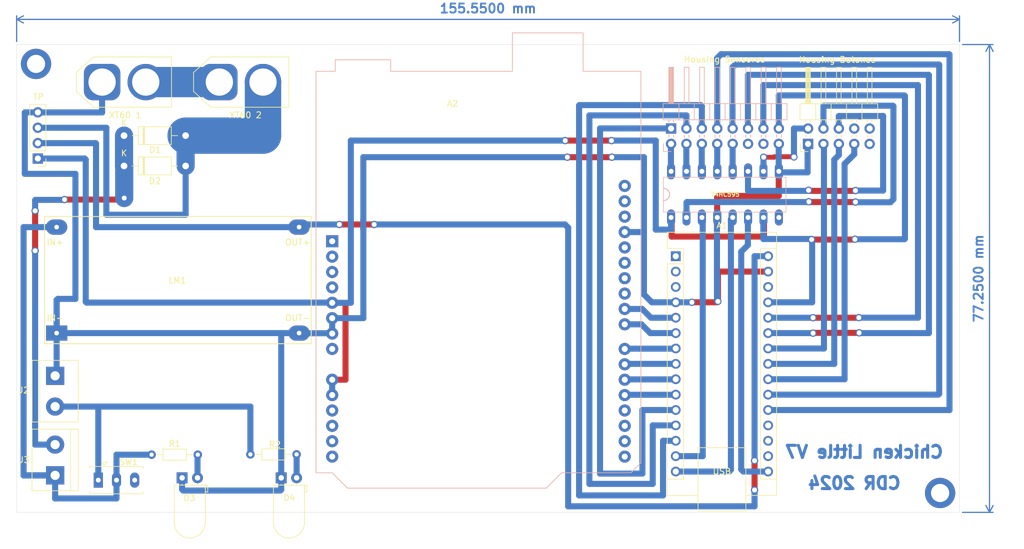
<source format=kicad_pcb>
(kicad_pcb (version 20240108) (generator "pcbnew") (generator_version "8.0")
  (layers (0 "F.Cu" signal) (31 "B.Cu" signal) (34 "B.Paste" user) (35 "F.Paste" user) (36 "B.SilkS" user "B.Silkscreen") (37 "F.SilkS" user "F.Silkscreen") (38 "B.Mask" user) (39 "F.Mask" user) (44 "Edge.Cuts" user))
  (net 0 "")
  (net 1 "AIN2 MONSTER SHIELD")
  (net 2 "unconnected-(A1-AREF-Pad18)")
  (net 3 "ECHO 1")
  (net 5 "ECHO 3")
  (net 9 "ECHO 2")
  (net 10 "GND")
  (net 11 "TRIG 2")
  (net 12 "VIN")
  (net 13 "AIN1 MONSTER SHIELD")
  (net 14 "TRIG 3")
  (net 15 "BIN 2 MONSTER SHIELD")
  (net 16 "TRIG 1")
  (net 17 "BIN 1 MONSTER SHIELD")
  (net 18 "+5V")
  (net 19 "PWM A MONSTER SHIELD")
  (net 20 "PWM B MONSTER SHIELD")
  (net 21 "LED3")
  (net 25 "LED1")
  (net 32 "BTN2")
  (net 33 "LED2")
  (net 36 "BTN1")
  (net 40 "LED4")
  (net 48 "CNY 2")
  (net 49 "Net-(J2-Pin_2)")
  (net 50 "CNY 1")
  (net 51 "Net-(D1-K)")
  (net 52 "MOTORES")
  (net 55 "TRIG 4")
  (net 56 "ECHO 5")
  (net 57 "ECHO 4")
  (net 58 "TRIG 5")
  (net 59 "Net-(D3-A)")
  (net 60 "Net-(D4-A)")
  (net 61 "PI+")
  (net 62 "Net-(J4-Pin_2)")
  (net 63 "VNano")
  (net 65 "Data")
  (net 66 "Clock")
  (net 67 "Latch")
  (footprint "Button_Switch_THT:SW_Slide_SPDT_Straight_CK_OS102011MS2Q" (layer "F.Cu") (at 92.125 115.525)
    (property "Reference" "SW1" (at 3.99 -2.99 360) (layer "F.SilkS"))
    (property "Value" "On/Off Motores")
    (pad "1" thru_hole rect (at -1 0) (size 1.5 2.5) (drill 0.8) (layers "*.Cu" "*.Mask") (net 49 "Net-(J2-Pin_2)"))
    (pad "2" thru_hole oval (at 2 0) (size 1.5 2.5) (drill 0.8) (layers "*.Cu" "*.Mask") (net 52 "MOTORES"))
    (pad "3" thru_hole oval (at 5 0) (size 1.5 2.5) (drill 0.8) (layers "*.Cu" "*.Mask"))
  )
  (footprint "Connector_PinHeader_2.54mm:PinHeader_2x05_P2.54mm_Horizontal" (layer "F.Cu") (at 208.215 60.01 90)
    (property "Reference" "Housing Botones" (at 13.91 4.835 0) (layer "F.SilkS"))
    (property "Value" "IDC Placa Botones")
    (pad "1" thru_hole rect (at 0 0 90) (size 1.7 1.7) (drill 1) (layers "*.Cu" "*.Mask") (net 10 "GND"))
    (pad "2" thru_hole oval (at 2.54 0 90) (size 1.7 1.7) (drill 1) (layers "*.Cu" "*.Mask") (net 33 "LED2"))
    (pad "3" thru_hole oval (at 0 2.54 90) (size 1.7 1.7) (drill 1) (layers "*.Cu" "*.Mask") (net 32 "BTN2"))
    (pad "4" thru_hole oval (at 2.54 2.54 90) (size 1.7 1.7) (drill 1) (layers "*.Cu" "*.Mask") (net 21 "LED3"))
    (pad "5" thru_hole oval (at 0 5.08 90) (size 1.7 1.7) (drill 1) (layers "*.Cu" "*.Mask") (net 36 "BTN1"))
    (pad "6" thru_hole oval (at 2.54 5.08 90) (size 1.7 1.7) (drill 1) (layers "*.Cu" "*.Mask") (net 40 "LED4"))
    (pad "7" thru_hole oval (at 0 7.62 90) (size 1.7 1.7) (drill 1) (layers "*.Cu" "*.Mask") (net 25 "LED1"))
    (pad "8" thru_hole oval (at 2.54 7.62 90) (size 1.7 1.7) (drill 1) (layers "*.Cu" "*.Mask"))
    (pad "9" thru_hole oval (at 0 10.16 90) (size 1.7 1.7) (drill 1) (layers "*.Cu" "*.Mask"))
    (pad "10" thru_hole oval (at 2.54 10.16 90) (size 1.7 1.7) (drill 1) (layers "*.Cu" "*.Mask"))
  )
  (footprint "LED_THT:LED_D5.0mm_Horizontal_O1.27mm_Z3.0mm" (layer "F.Cu") (at 121.3 115.15)
    (property "Reference" "D4" (at 1.35 3.3 0) (layer "F.SilkS"))
    (property "Value" "LED")
    (pad "1" thru_hole rect (at 0 0) (size 1.8 1.8) (drill 0.9) (layers "*.Cu" "*.Mask") (net 10 "GND"))
    (pad "2" thru_hole circle (at 2.54 0) (size 1.8 1.8) (drill 0.9) (layers "*.Cu" "*.Mask") (net 60 "Net-(D4-A)"))
  )
  (footprint "Connector_AMASS:AMASS_XT60-M_1x02_P7.20mm_Vertical" (layer "F.Cu") (at 91.75 49.8)
    (property "Reference" "XT60 1" (at 3.8 5.45 180) (layer "F.SilkS"))
    (property "Value" "Power Input 2")
    (pad "1" thru_hole roundrect (at 0 0) (size 6 6) (drill 4.5) (layers "*.Cu" "*.Mask") (net 10 "GND"))
    (pad "2" thru_hole circle (at 7.2 0) (size 6 6) (drill 4.5) (layers "*.Cu" "*.Mask") (net 62 "Net-(J4-Pin_2)"))
  )
  (footprint "Connector_AMASS:AMASS_XT60-M_1x02_P7.20mm_Vertical" (layer "F.Cu") (at 111.096 49.8)
    (property "Reference" "XT60 2" (at 4.304 5.45 180) (layer "F.SilkS"))
    (property "Value" "Power Input 1")
    (pad "1" thru_hole roundrect (at 0 0) (size 6 6) (drill 4.5) (layers "*.Cu" "*.Mask") (net 62 "Net-(J4-Pin_2)"))
    (pad "2" thru_hole circle (at 7.2 0) (size 6 6) (drill 4.5) (layers "*.Cu" "*.Mask") (net 61 "PI+"))
  )
  (footprint "TerminalBlock:TerminalBlock_bornier-2_P5.08mm" (layer "F.Cu") (at 84 114.74 90)
    (property "Reference" "J3" (at 2.54 -5.08 0) (layer "F.SilkS"))
    (property "Value" "On/Off General")
    (pad "1" thru_hole rect (at 0 0 90) (size 3 3) (drill 1.52) (layers "*.Cu" "*.Mask") (net 52 "MOTORES"))
    (pad "2" thru_hole circle (at 5.08 0 90) (size 3 3) (drill 1.52) (layers "*.Cu" "*.Mask") (net 51 "Net-(D1-K)"))
  )
  (footprint "Resistor_THT:R_Axial_DIN0204_L3.6mm_D1.6mm_P7.62mm_Horizontal" (layer "F.Cu") (at 116.215 111.275)
    (property "Reference" "R2" (at 4.035 -1.625 0) (layer "F.SilkS"))
    (property "Value" "220")
    (pad "1" thru_hole circle (at 0 0) (size 1.4 1.4) (drill 0.7) (layers "*.Cu" "*.Mask") (net 49 "Net-(J2-Pin_2)"))
    (pad "2" thru_hole oval (at 7.62 0) (size 1.4 1.4) (drill 0.7) (layers "*.Cu" "*.Mask") (net 60 "Net-(D4-A)"))
  )
  (footprint "" (layer "F.Cu") (at 80.85 46.8)
    (property "Reference" "" (at 0 0 0) (layer "F.SilkS") (effects (font (size 1.27 1.27))))
    (property "Value" "")
    (pad "2" thru_hole circle (at 0 0 180) (size 5 5) (drill 3) (layers "*.Cu" "*.Mask"))
  )
  (footprint "Resistor_THT:R_Axial_DIN0204_L3.6mm_D1.6mm_P7.62mm_Horizontal" (layer "F.Cu") (at 99.915 111.325)
    (property "Reference" "R1" (at 3.79 -1.825 0) (layer "F.SilkS"))
    (property "Value" "220")
    (pad "1" thru_hole circle (at 0 0) (size 1.4 1.4) (drill 0.7) (layers "*.Cu" "*.Mask") (net 52 "MOTORES"))
    (pad "2" thru_hole oval (at 7.62 0) (size 1.4 1.4) (drill 0.7) (layers "*.Cu" "*.Mask") (net 59 "Net-(D3-A)"))
  )
  (footprint "Connector_PinHeader_2.54mm:PinHeader_1x04_P2.54mm_Vertical" (layer "F.Cu") (at 81.15 62.42 180)
    (property "Reference" "TP" (at -0.1 10.17 180) (layer "F.SilkS"))
    (property "Value" "Conn_01x04_Pin")
    (pad "1" thru_hole rect (at 0 0 180) (size 1.7 1.7) (drill 1) (layers "*.Cu" "*.Mask") (net 18 "+5V"))
    (pad "2" thru_hole oval (at 0 2.54 180) (size 1.7 1.7) (drill 1) (layers "*.Cu" "*.Mask") (net 63 "VNano"))
    (pad "3" thru_hole oval (at 0 5.08 180) (size 1.7 1.7) (drill 1) (layers "*.Cu" "*.Mask") (net 61 "PI+"))
    (pad "4" thru_hole oval (at 0 7.62 180) (size 1.7 1.7) (drill 1) (layers "*.Cu" "*.Mask") (net 10 "GND"))
  )
  (footprint "" (layer "F.Cu") (at 230 117.65)
    (property "Reference" "" (at 0 0 0) (layer "F.SilkS") (effects (font (size 1.27 1.27))))
    (property "Value" "")
    (pad "2" thru_hole circle (at 0 0 180) (size 5 5) (drill 3) (layers "*.Cu" "*.Mask"))
  )
  (footprint "LED_THT:LED_D5.0mm_Horizontal_O1.27mm_Z3.0mm" (layer "F.Cu") (at 104.95 115.15)
    (property "Reference" "D3" (at 1.2 3.3 0) (layer "F.SilkS"))
    (property "Value" "LED")
    (pad "1" thru_hole rect (at 0 0) (size 1.8 1.8) (drill 0.9) (layers "*.Cu" "*.Mask") (net 10 "GND"))
    (pad "2" thru_hole circle (at 2.54 0) (size 1.8 1.8) (drill 0.9) (layers "*.Cu" "*.Mask") (net 59 "Net-(D3-A)"))
  )
  (footprint "Diode_THT:D_DO-41_SOD81_P10.16mm_Horizontal" (layer "F.Cu") (at 95.37 58.64)
    (property "Reference" "D1" (at 5.13 2.36 0) (layer "F.SilkS"))
    (property "Value" "1N4007")
    (fp_text user "K" (at 0 -2.1 0) (layer "F.SilkS"))
    (pad "1" thru_hole rect (at 0 0) (size 2.2 2.2) (drill 1.1) (layers "*.Cu" "*.Mask") (net 51 "Net-(D1-K)"))
    (pad "2" thru_hole oval (at 10.16 0) (size 2.2 2.2) (drill 1.1) (layers "*.Cu" "*.Mask") (net 61 "PI+"))
  )
  (footprint "Module:Arduino_Nano" (layer "F.Cu") (at 186.39 78.55)
    (property "Reference" "A1" (at 7.62 -5.08 0) (layer "F.SilkS"))
    (property "Value" "Arduino_Nano_v3.x")
    (fp_text user "USB" (at 7.62 35.56 0) (layer "F.SilkS"))
    (pad "1" thru_hole rect (at 0 0) (size 1.6 1.6) (drill 1) (layers "*.Cu" "*.Mask"))
    (pad "2" thru_hole oval (at 0 2.54) (size 1.6 1.6) (drill 1) (layers "*.Cu" "*.Mask"))
    (pad "3" thru_hole oval (at 0 5.08) (size 1.6 1.6) (drill 1) (layers "*.Cu" "*.Mask"))
    (pad "4" thru_hole oval (at 0 7.62) (size 1.6 1.6) (drill 1) (layers "*.Cu" "*.Mask") (net 10 "GND"))
    (pad "5" thru_hole oval (at 0 10.16) (size 1.6 1.6) (drill 1) (layers "*.Cu" "*.Mask") (net 15 "BIN 2 MONSTER SHIELD"))
    (pad "6" thru_hole oval (at 0 12.7) (size 1.6 1.6) (drill 1) (layers "*.Cu" "*.Mask") (net 1 "AIN2 MONSTER SHIELD"))
    (pad "7" thru_hole oval (at 0 15.24) (size 1.6 1.6) (drill 1) (layers "*.Cu" "*.Mask") (net 13 "AIN1 MONSTER SHIELD"))
    (pad "8" thru_hole oval (at 0 17.78) (size 1.6 1.6) (drill 1) (layers "*.Cu" "*.Mask") (net 20 "PWM B MONSTER SHIELD"))
    (pad "9" thru_hole oval (at 0 20.32) (size 1.6 1.6) (drill 1) (layers "*.Cu" "*.Mask") (net 19 "PWM A MONSTER SHIELD"))
    (pad "10" thru_hole oval (at 0 22.86) (size 1.6 1.6) (drill 1) (layers "*.Cu" "*.Mask") (net 17 "BIN 1 MONSTER SHIELD"))
    (pad "11" thru_hole oval (at 0 25.4) (size 1.6 1.6) (drill 1) (layers "*.Cu" "*.Mask") (net 3 "ECHO 1"))
    (pad "12" thru_hole oval (at 0 27.94) (size 1.6 1.6) (drill 1) (layers "*.Cu" "*.Mask") (net 9 "ECHO 2"))
    (pad "13" thru_hole oval (at 0 30.48) (size 1.6 1.6) (drill 1) (layers "*.Cu" "*.Mask") (net 5 "ECHO 3"))
    (pad "14" thru_hole oval (at 0 33.02) (size 1.6 1.6) (drill 1) (layers "*.Cu" "*.Mask") (net 65 "Data"))
    (pad "15" thru_hole oval (at 0 35.56) (size 1.6 1.6) (drill 1) (layers "*.Cu" "*.Mask") (net 67 "Latch"))
    (pad "16" thru_hole oval (at 15.24 35.56) (size 1.6 1.6) (drill 1) (layers "*.Cu" "*.Mask") (net 66 "Clock"))
    (pad "17" thru_hole oval (at 15.24 33.02) (size 1.6 1.6) (drill 1) (layers "*.Cu" "*.Mask"))
    (pad "18" thru_hole oval (at 15.24 30.48) (size 1.6 1.6) (drill 1) (layers "*.Cu" "*.Mask") (net 2 "unconnected-(A1-AREF-Pad18)"))
    (pad "19" thru_hole oval (at 15.24 27.94) (size 1.6 1.6) (drill 1) (layers "*.Cu" "*.Mask"))
    (pad "20" thru_hole oval (at 15.24 25.4) (size 1.6 1.6) (drill 1) (layers "*.Cu" "*.Mask") (net 57 "ECHO 4"))
    (pad "21" thru_hole oval (at 15.24 22.86) (size 1.6 1.6) (drill 1) (layers "*.Cu" "*.Mask") (net 56 "ECHO 5"))
    (pad "22" thru_hole oval (at 15.24 20.32) (size 1.6 1.6) (drill 1) (layers "*.Cu" "*.Mask") (net 25 "LED1"))
    (pad "23" thru_hole oval (at 15.24 17.78) (size 1.6 1.6) (drill 1) (layers "*.Cu" "*.Mask") (net 36 "BTN1"))
    (pad "24" thru_hole oval (at 15.24 15.24) (size 1.6 1.6) (drill 1) (layers "*.Cu" "*.Mask") (net 32 "BTN2"))
    (pad "25" thru_hole oval (at 15.24 12.7) (size 1.6 1.6) (drill 1) (layers "*.Cu" "*.Mask") (net 48 "CNY 2"))
    (pad "26" thru_hole oval (at 15.24 10.16) (size 1.6 1.6) (drill 1) (layers "*.Cu" "*.Mask") (net 50 "CNY 1"))
    (pad "27" thru_hole oval (at 15.24 7.62) (size 1.6 1.6) (drill 1) (layers "*.Cu" "*.Mask") (net 18 "+5V"))
    (pad "28" thru_hole oval (at 15.24 5.08) (size 1.6 1.6) (drill 1) (layers "*.Cu" "*.Mask"))
    (pad "29" thru_hole oval (at 15.24 2.54) (size 1.6 1.6) (drill 1) (layers "*.Cu" "*.Mask") (net 10 "GND"))
    (pad "30" thru_hole oval (at 15.24 0) (size 1.6 1.6) (drill 1) (layers "*.Cu" "*.Mask") (net 63 "VNano"))
  )
  (footprint "TerminalBlock:TerminalBlock_bornier-2_P5.08mm" (layer "F.Cu") (at 84 98.3 -90)
    (property "Reference" "J2" (at 2.4 5.15 180) (layer "F.SilkS"))
    (property "Value" "Power Monster")
    (pad "1" thru_hole rect (at 0 0 270) (size 3 3) (drill 1.52) (layers "*.Cu" "*.Mask") (net 10 "GND"))
    (pad "2" thru_hole circle (at 5.08 0 270) (size 3 3) (drill 1.52) (layers "*.Cu" "*.Mask") (net 49 "Net-(J2-Pin_2)"))
  )
  (footprint "StepDown:StepDown" (layer "F.Cu") (at 104.25 82.5 90)
    (property "Reference" "LM1" (at -0.05 -0.1 0) (layer "F.SilkS"))
    (property "Value" "LM2596_OK")
    (fp_text user "OUT+" (at 6.25 19.75 0) (layer "F.SilkS"))
    (fp_text user "IN-" (at -6.25 -20.25 0) (layer "F.SilkS"))
    (fp_text user "IN+" (at 6.25 -20.25 0) (layer "F.SilkS"))
    (fp_text user "OUT-" (at -6.25 19.75 0) (layer "F.SilkS"))
    (pad "1" thru_hole rect (at -8.75 -20 90) (size 2.5 3.5) (drill 0.762) (layers "*.Cu" "*.Mask") (net 10 "GND"))
    (pad "2" thru_hole oval (at 8.75 -20 90) (size 2.5 3.5) (drill 0.762) (layers "*.Cu" "*.Mask") (net 52 "MOTORES"))
    (pad "3" thru_hole oval (at -8.75 20 90) (size 2.5 3.5) (drill 0.762) (layers "*.Cu" "*.Mask") (net 10 "GND"))
    (pad "4" thru_hole oval (at 8.75 20 90) (size 2.5 3.5) (drill 0.762) (layers "*.Cu" "*.Mask") (net 63 "VNano"))
  )
  (footprint "Diode_THT:D_DO-41_SOD81_P10.16mm_Horizontal" (layer "F.Cu") (at 95.37 63.65)
    (property "Reference" "D2" (at 5.08 2.5 0) (layer "F.SilkS"))
    (property "Value" "1N4007")
    (fp_text user "K" (at 0 -2.1 0) (layer "F.SilkS"))
    (pad "1" thru_hole rect (at 0 0) (size 2.2 2.2) (drill 1.1) (layers "*.Cu" "*.Mask") (net 51 "Net-(D1-K)"))
    (pad "2" thru_hole oval (at 10.16 0) (size 2.2 2.2) (drill 1.1) (layers "*.Cu" "*.Mask") (net 61 "PI+"))
  )
  (footprint "Connector_PinHeader_2.54mm:PinHeader_2x08_P2.54mm_Horizontal" (layer "B.Cu") (at 185.615 57.46 -90)
    (property "Reference" "Housing Sensores" (at -11.41 -8.835 180) (layer "F.SilkS"))
    (property "Value" "Conexion Sensores")
    (pad "1" thru_hole rect (at 0 0 270) (size 1.7 1.7) (drill 1) (layers "*.Cu" "*.Mask") (net 3 "ECHO 1"))
    (pad "2" thru_hole oval (at 2.54 0 270) (size 1.7 1.7) (drill 1) (layers "*.Cu" "*.Mask") (net 11 "TRIG 2"))
    (pad "3" thru_hole oval (at 0 -2.54 270) (size 1.7 1.7) (drill 1) (layers "*.Cu" "*.Mask") (net 9 "ECHO 2"))
    (pad "4" thru_hole oval (at 2.54 -2.54 270) (size 1.7 1.7) (drill 1) (layers "*.Cu" "*.Mask") (net 14 "TRIG 3"))
    (pad "5" thru_hole oval (at 0 -5.08 270) (size 1.7 1.7) (drill 1) (layers "*.Cu" "*.Mask") (net 5 "ECHO 3"))
    (pad "6" thru_hole oval (at 2.54 -5.08 270) (size 1.7 1.7) (drill 1) (layers "*.Cu" "*.Mask") (net 58 "TRIG 5"))
    (pad "7" thru_hole oval (at 0 -7.62 270) (size 1.7 1.7) (drill 1) (layers "*.Cu" "*.Mask") (net 57 "ECHO 4"))
    (pad "8" thru_hole oval (at 2.54 -7.62 270) (size 1.7 1.7) (drill 1) (layers "*.Cu" "*.Mask") (net 55 "TRIG 4"))
    (pad "9" thru_hole oval (at 0 -10.16 270) (size 1.7 1.7) (drill 1) (layers "*.Cu" "*.Mask") (net 56 "ECHO 5"))
    (pad "10" thru_hole oval (at 2.54 -10.16 270) (size 1.7 1.7) (drill 1) (layers "*.Cu" "*.Mask") (net 16 "TRIG 1"))
    (pad "11" thru_hole oval (at 0 -12.7 270) (size 1.7 1.7) (drill 1) (layers "*.Cu" "*.Mask") (net 48 "CNY 2"))
    (pad "12" thru_hole oval (at 2.54 -12.7 270) (size 1.7 1.7) (drill 1) (layers "*.Cu" "*.Mask"))
    (pad "13" thru_hole oval (at 0 -15.24 270) (size 1.7 1.7) (drill 1) (layers "*.Cu" "*.Mask") (net 50 "CNY 1"))
    (pad "14" thru_hole oval (at 2.54 -15.24 270) (size 1.7 1.7) (drill 1) (layers "*.Cu" "*.Mask"))
    (pad "15" thru_hole oval (at 0 -17.78 270) (size 1.7 1.7) (drill 1) (layers "*.Cu" "*.Mask") (net 18 "+5V"))
    (pad "16" thru_hole oval (at 2.54 -17.78 270) (size 1.7 1.7) (drill 1) (layers "*.Cu" "*.Mask") (net 10 "GND"))
  )
  (footprint "74HC595N_DIP16_:DIP16-2.54-20.32X5.84MM" (layer "B.Cu") (at 194.51 68.35)
    (property "Reference" "74HC595" (at 0 0 0) (layer "F.SilkS") (effects (font (size 0.70009 0.70009))))
    (property "Value" "74HC595")
    (pad "1" thru_hole oval (at -8.89 -3.81) (size 1.3208 2.6416) (drill 0.8128) (layers "*.Cu" "*.Mask") (net 11 "TRIG 2"))
    (pad "2" thru_hole oval (at -6.35 -3.81) (size 1.3208 2.6416) (drill 0.8128) (layers "*.Cu" "*.Mask") (net 14 "TRIG 3"))
    (pad "3" thru_hole oval (at -3.81 -3.81) (size 1.3208 2.6416) (drill 0.8128) (layers "*.Cu" "*.Mask") (net 58 "TRIG 5"))
    (pad "4" thru_hole oval (at -1.27 -3.81) (size 1.3208 2.6416) (drill 0.8128) (layers "*.Cu" "*.Mask") (net 55 "TRIG 4"))
    (pad "5" thru_hole oval (at 1.27 -3.81) (size 1.3208 2.6416) (drill 0.8128) (layers "*.Cu" "*.Mask") (net 16 "TRIG 1"))
    (pad "6" thru_hole oval (at 3.81 -3.81) (size 1.3208 2.6416) (drill 0.8128) (layers "*.Cu" "*.Mask") (net 40 "LED4"))
    (pad "7" thru_hole oval (at 6.35 -3.81) (size 1.3208 2.6416) (drill 0.8128) (layers "*.Cu" "*.Mask") (net 33 "LED2"))
    (pad "8" thru_hole oval (at 8.89 -3.81) (size 1.3208 2.6416) (drill 0.8128) (layers "*.Cu" "*.Mask") (net 10 "GND"))
    (pad "9" thru_hole oval (at 8.89 3.81) (size 1.3208 2.6416) (drill 0.8128) (layers "*.Cu" "*.Mask"))
    (pad "10" thru_hole oval (at 6.35 3.81) (size 1.3208 2.6416) (drill 0.8128) (layers "*.Cu" "*.Mask") (net 18 "+5V"))
    (pad "11" thru_hole oval (at 3.81 3.81) (size 1.3208 2.6416) (drill 0.8128) (layers "*.Cu" "*.Mask") (net 66 "Clock"))
    (pad "12" thru_hole oval (at 1.27 3.81) (size 1.3208 2.6416) (drill 0.8128) (layers "*.Cu" "*.Mask") (net 67 "Latch"))
    (pad "13" thru_hole oval (at -1.27 3.81) (size 1.3208 2.6416) (drill 0.8128) (layers "*.Cu" "*.Mask") (net 10 "GND"))
    (pad "14" thru_hole oval (at -3.81 3.81) (size 1.3208 2.6416) (drill 0.8128) (layers "*.Cu" "*.Mask") (net 65 "Data"))
    (pad "15" thru_hole oval (at -6.35 3.81) (size 1.3208 2.6416) (drill 0.8128) (layers "*.Cu" "*.Mask") (net 21 "LED3"))
    (pad "16" thru_hole oval (at -8.89 3.81) (size 1.3208 2.6416) (drill 0.8128) (layers "*.Cu" "*.Mask") (net 18 "+5V"))
  )
  (footprint "Module:Arduino_UNO_R3" (layer "B.Cu") (at 129.71 76.085 -90)
    (property "Reference" "A2" (at -22.743 -19.854 180) (layer "F.SilkS"))
    (property "Value" "MONSTER SHIELD")
    (pad "1" thru_hole rect (at 0 0) (size 2 2) (drill 1) (layers "*.Cu" "*.Mask"))
    (pad "2" thru_hole oval (at 2.54 0 180) (size 2 2) (drill 1) (layers "*.Cu" "*.Mask"))
    (pad "3" thru_hole oval (at 5.08 0) (size 2 2) (drill 1) (layers "*.Cu" "*.Mask"))
    (pad "4" thru_hole oval (at 7.62 0) (size 2 2) (drill 1) (layers "*.Cu" "*.Mask"))
    (pad "5" thru_hole oval (at 10.16 0) (size 2 2) (drill 1) (layers "*.Cu" "*.Mask") (net 18 "+5V"))
    (pad "6" thru_hole oval (at 12.7 0) (size 2 2) (drill 1) (layers "*.Cu" "*.Mask") (net 10 "GND"))
    (pad "7" thru_hole oval (at 15.24 0) (size 2 2) (drill 1) (layers "*.Cu" "*.Mask") (net 10 "GND"))
    (pad "8" thru_hole oval (at 17.78 0) (size 2 2) (drill 1) (layers "*.Cu" "*.Mask") (net 12 "VIN"))
    (pad "9" thru_hole oval (at 22.86 0) (size 2 2) (drill 1) (layers "*.Cu" "*.Mask") (net 18 "+5V"))
    (pad "10" thru_hole oval (at 25.4 0) (size 2 2) (drill 1) (layers "*.Cu" "*.Mask") (net 18 "+5V"))
    (pad "11" thru_hole oval (at 27.94 0) (size 2 2) (drill 1) (layers "*.Cu" "*.Mask"))
    (pad "12" thru_hole oval (at 30.48 0 180) (size 2 2) (drill 1) (layers "*.Cu" "*.Mask"))
    (pad "13" thru_hole oval (at 33.02 0) (size 2 2) (drill 1) (layers "*.Cu" "*.Mask"))
    (pad "14" thru_hole oval (at 35.56 0) (size 2 2) (drill 1) (layers "*.Cu" "*.Mask"))
    (pad "15" thru_hole oval (at 35.56 -48.26) (size 2 2) (drill 1) (layers "*.Cu" "*.Mask"))
    (pad "16" thru_hole oval (at 33.02 -48.26) (size 2 2) (drill 1) (layers "*.Cu" "*.Mask"))
    (pad "17" thru_hole oval (at 30.48 -48.26) (size 2 2) (drill 1) (layers "*.Cu" "*.Mask"))
    (pad "18" thru_hole oval (at 27.94 -48.26) (size 2 2) (drill 1) (layers "*.Cu" "*.Mask"))
    (pad "19" thru_hole oval (at 25.4 -48.26) (size 2 2) (drill 1) (layers "*.Cu" "*.Mask") (net 17 "BIN 1 MONSTER SHIELD"))
    (pad "20" thru_hole oval (at 22.86 -48.26) (size 2 2) (drill 1) (layers "*.Cu" "*.Mask") (net 19 "PWM A MONSTER SHIELD"))
    (pad "21" thru_hole oval (at 20.32 -48.26) (size 2 2) (drill 1) (layers "*.Cu" "*.Mask") (net 20 "PWM B MONSTER SHIELD"))
    (pad "22" thru_hole oval (at 17.78 -48.26) (size 2 2) (drill 1) (layers "*.Cu" "*.Mask") (net 13 "AIN1 MONSTER SHIELD"))
    (pad "23" thru_hole oval (at 13.72 -48.26) (size 2 2) (drill 1) (layers "*.Cu" "*.Mask") (net 1 "AIN2 MONSTER SHIELD"))
    (pad "24" thru_hole oval (at 11.18 -48.26) (size 2 2) (drill 1) (layers "*.Cu" "*.Mask") (net 15 "BIN 2 MONSTER SHIELD"))
    (pad "25" thru_hole oval (at 8.64 -48.26) (size 2 2) (drill 1) (layers "*.Cu" "*.Mask"))
    (pad "26" thru_hole oval (at 6.1 -48.26) (size 2 2) (drill 1) (layers "*.Cu" "*.Mask"))
    (pad "27" thru_hole oval (at 3.56 -48.26) (size 2 2) (drill 1) (layers "*.Cu" "*.Mask"))
    (pad "28" thru_hole oval (at 1.02 -48.26) (size 2 2) (drill 1) (layers "*.Cu" "*.Mask"))
    (pad "29" thru_hole oval (at -1.52 -48.26) (size 2 2) (drill 1) (layers "*.Cu" "*.Mask") (net 10 "GND"))
    (pad "30" thru_hole oval (at -4.06 -48.26) (size 2 2) (drill 1) (layers "*.Cu" "*.Mask"))
    (pad "31" thru_hole oval (at -6.6 -48.26) (size 2 2) (drill 1) (layers "*.Cu" "*.Mask"))
    (pad "32" thru_hole oval (at -9.14 -48.26 180) (size 2 2) (drill 1) (layers "*.Cu" "*.Mask"))
  )
  (gr_rect (start 77.65 43.6) (end 233.2 120.85) (stroke (width 0.05)) (fill none) (layer "Edge.Cuts"))
  (gr_text "CDR 2024" (at 223.75 117.2 0) (layer "B.Cu") (effects (font (size 2 2) (thickness 0.5) (bold yes)) (justify left bottom mirror)))
  (gr_text "Chicken Little V7" (at 230.75 112.05 0) (layer "B.Cu") (effects (font (size 2 2) (thickness 0.5) (bold yes)) (justify left bottom mirror)))
  (dimension (type aligned) (layer "B.Cu") (pts (xy 77.65 43.6) (xy 233.2 43.6)) (height -4.15) (gr_text "155,5500 mm" (at 155.425 37.65 0) (layer "B.Cu") (effects (font (size 1.5 1.5) (thickness 0.3)))) (format (prefix "") (suffix "") (units 3) (units_format 1) (precision 4)) (style (thickness 0.2) (arrow_length 1.27) (text_position_mode 0) (extension_height 0.58642) (extension_offset 0.5) keep_text_aligned))
  (dimension (type aligned) (layer "B.Cu") (pts (xy 233.2 43.6) (xy 233.2 120.85)) (height -4.95) (gr_text "77,2500 mm" (at 236.35 82.225 90) (layer "B.Cu") (effects (font (size 1.5 1.5) (thickness 0.3)))) (format (prefix "") (suffix "") (units 3) (units_format 1) (precision 4)) (style (thickness 0.2) (arrow_length 1.27) (text_position_mode 0) (extension_height 0.58642) (extension_offset 0.5) keep_text_aligned))
  (segment (start 182.18 91.25) (end 186.39 91.25) (width 1) (layer "B.Cu") (net 1))
  (segment (start 177.97 89.805) (end 180.735 89.805) (width 1) (layer "B.Cu") (net 1))
  (segment (start 180.735 89.805) (end 182.18 91.25) (width 1) (layer "B.Cu") (net 1))
  (segment (start 201.63 109.1) (end 201.84 109.31) (width 1) (layer "B.Cu") (net 2))
  (segment (start 173.9 57.45) (end 173.9 114.45) (width 1) (layer "B.Cu") (net 3))
  (segment (start 185.615 57.46) (end 185.605 57.45) (width 1) (layer "B.Cu") (net 3))
  (segment (start 180.89 103.95) (end 186.39 103.95) (width 1) (layer "B.Cu") (net 3))
  (segment (start 173.9 114.45) (end 180.89 114.45) (width 1) (layer "B.Cu") (net 3))
  (segment (start 185.605 57.45) (end 173.9 57.45) (width 1) (layer "B.Cu") (net 3))
  (segment (start 180.89 114.45) (end 180.89 103.95) (width 1) (layer "B.Cu") (net 3))
  (segment (start 170.5 53.6) (end 190.5 53.6) (width 1) (layer "B.Cu") (net 5))
  (segment (start 184.29 109.03) (end 184.29 118.05) (width 1) (layer "B.Cu") (net 5))
  (segment (start 186.39 109.03) (end 184.29 109.03) (width 1) (layer "B.Cu") (net 5))
  (segment (start 170.44 118.05) (end 170.44 53.66) (width 1) (layer "B.Cu") (net 5))
  (segment (start 184.29 118.05) (end 170.44 118.05) (width 1) (layer "B.Cu") (net 5))
  (segment (start 190.695 53.795) (end 190.695 57.46) (width 1) (layer "B.Cu") (net 5))
  (segment (start 170.44 53.66) (end 170.5 53.6) (width 1) (layer "B.Cu") (net 5))
  (segment (start 190.5 53.6) (end 190.695 53.795) (width 1) (layer "B.Cu") (net 5))
  (segment (start 188.155 57.46) (end 188.155 55.3) (width 1) (layer "B.Cu") (net 9))
  (segment (start 182.59 106.49) (end 186.39 106.49) (width 1) (layer "B.Cu") (net 9))
  (segment (start 182.59 116.15) (end 182.59 106.49) (width 1) (layer "B.Cu") (net 9))
  (segment (start 172.14 116.15) (end 182.59 116.15) (width 1) (layer "B.Cu") (net 9))
  (segment (start 188.155 55.3) (end 172.14 55.3) (width 1) (layer "B.Cu") (net 9))
  (segment (start 172.14 55.3) (end 172.14 116.15) (width 1) (layer "B.Cu") (net 9))
  (segment (start 189.04 86.16) (end 193.19 86.16) (width 1) (layer "F.Cu") (net 10))
  (segment (start 168.5 62.2) (end 175.85 62.2) (width 1) (layer "F.Cu") (net 10))
  (segment (start 193.19 86.16) (end 193.34 86.01) (width 1) (layer "F.Cu") (net 10))
  (segment (start 201.63 81.09) (end 193.34 81.09) (width 1) (layer "F.Cu") (net 10))
  (segment (start 193.22 68.8492) (end 193.4592 68.61) (width 1) (layer "F.Cu") (net 10))
  (segment (start 193.34 81.09) (end 193.34 86.01) (width 1) (layer "F.Cu") (net 10))
  (segment (start 193.22 71.17) (end 193.22 68.8492) (width 1) (layer "F.Cu") (net 10))
  (segment (start 193.4592 68.61) (end 203.38 68.61) (width 1) (layer "F.Cu") (net 10))
  (segment (start 203.38 68.61) (end 203.38 64.56) (width 1) (layer "F.Cu") (net 10))
  (segment (start 203.38 64.56) (end 203.4 64.54) (width 1) (layer "F.Cu") (net 10))
  (via (at 175.85 62.2) (size 1.2) (drill 0.8) (layers "F.Cu" "B.Cu") (net 10))
  (via (at 168.5 62.2) (size 1.2) (drill 0.8) (layers "F.Cu" "B.Cu") (net 10))
  (via (at 193.34 86.01) (size 1.2) (drill 0.8) (layers "F.Cu" "B.Cu") (net 10))
  (via (at 189.04 86.16) (size 1.2) (drill 0.8) (layers "F.Cu" "B.Cu") (net 10))
  (segment (start 201.6 81.06) (end 201.63 81.09) (width 1) (layer "B.Cu") (net 10))
  (segment (start 177.97 74.565) (end 181.14 74.565) (width 1) (layer "B.Cu") (net 10))
  (segment (start 124.275 91.275) (end 129.71 91.275) (width 1) (layer "B.Cu") (net 10))
  (segment (start 79.05 54.8) (end 81.15 54.8) (width 1) (layer "B.Cu") (net 10))
  (segment (start 208.14 64.71) (end 208.14 60.085) (width 1) (layer "B.Cu") (net 10))
  (segment (start 121.3 117.1) (end 121.3 115.15) (width 1) (layer "B.Cu") (net 10))
  (segment (start 134.85 62.2) (end 134.85 72.554415) (width 1) (layer "B.Cu") (net 10))
  (segment (start 168.5 62.2) (end 134.85 62.2) (width 1) (layer "B.Cu") (net 10))
  (segment (start 104.95 117.05) (end 105.15 117.25) (width 1) (layer "B.Cu") (net 10))
  (segment (start 203.375 64.515) (end 203.57 64.71) (width 1) (layer "B.Cu") (net 10))
  (segment (start 129.71 91.275) (end 129.71 88.785) (width 1) (layer "B.Cu") (net 10))
  (segment (start 84.25 98.05) (end 84.25 85.8) (width 1) (layer "B.Cu") (net 10))
  (segment (start 181.14 74.565) (end 181.14 84.86) (width 1) (layer "B.Cu") (net 10))
  (segment (start 134.85 72.554415) (end 134.84 72.564415) (width 1) (layer "B.Cu") (net 10))
  (segment (start 193.19 72.21) (end 193.24 72.16) (width 1) (layer "B.Cu") (net 10))
  (segment (start 121.15 117.25) (end 121.3 117.1) (width 1) (layer "B.Cu") (net 10))
  (segment (start 208.14 60.085) (end 208.215 60.01) (width 1) (layer "B.Cu") (net 10))
  (segment (start 84.25 91.25) (end 124.25 91.25) (width 1) (layer "B.Cu") (net 10))
  (segment (start 79 64.95) (end 79 54.85) (width 1) (layer "B.Cu") (net 10))
  (segment (start 87.35 64.95) (end 79 64.95) (width 1) (layer "B.Cu") (net 10))
  (segment (start 84.25 85.8) (end 84.25 91.25) (width 1) (layer "B.Cu") (net 10))
  (segment (start 87.35 85.6) (end 87.35 64.95) (width 1) (layer "B.Cu") (net 10))
  (segment (start 81.16 54.81) (end 91.75 54.81) (width 1) (layer "B.Cu") (net 10))
  (segment (start 203.375 60.02) (end 203.375 64.515) (width 1) (layer "B.Cu") (net 10))
  (segment (start 134.85 74.065585) (end 134.85 88.785) (width 1) (layer "B.Cu") (net 10))
  (segment (start 182.45 86.17) (end 186.39 86.17) (width 1) (layer "B.Cu") (net 10))
  (segment (start 193.34 86.01) (end 193.19 85.86) (width 1) (layer "B.Cu") (net 10))
  (segment (start 134.84 74.055585) (end 134.85 74.065585) (width 1) (layer "B.Cu") (net 10))
  (segment (start 134.85 88.785) (end 129.71 88.785) (width 1) (layer "B.Cu") (net 10))
  (segment (start 84 98.3) (end 84.25 98.05) (width 1) (layer "B.Cu") (net 10))
  (segment (start 84.45 85.6) (end 87.35 85.6) (width 1) (layer "B.Cu") (net 10))
  (segment (start 203.395 60) (end 203.375 60.02) (width 1) (layer "B.Cu") (net 10))
  (segment (start 203.57 64.71) (end 208.14 64.71) (width 1) (layer "B.Cu") (net 10))
  (segment (start 186.39 86.17) (end 189.03 86.17) (width 1) (layer "B.Cu") (net 10))
  (segment (start 181.14 62.2) (end 175.85 62.2) (width 1) (layer "B.Cu") (net 10))
  (segment (start 104.95 115.15) (end 104.95 117.05) (width 1) (layer "B.Cu") (net 10))
  (segment (start 81.15 54.8) (end 81.16 54.81) (width 1) (layer "B.Cu") (net 10))
  (segment (start 124.25 91.25) (end 124.275 91.275) (width 1) (layer "B.Cu") (net 10))
  (segment (start 134.84 72.564415) (end 134.84 74.055585) (width 1) (layer "B.Cu") (net 10))
  (segment (start 105.15 117.25) (end 121.15 117.25) (width 1) (layer "B.Cu") (net 10))
  (segment (start 121.3 115.15) (end 121.3 91.25) (width 1) (layer "B.Cu") (net 10))
  (segment (start 181.14 84.86) (end 182.45 86.17) (width 1) (layer "B.Cu") (net 10))
  (segment (start 181.14 74.565) (end 181.14 62.2) (width 1) (layer "B.Cu") (net 10))
  (segment (start 79 54.85) (end 79.05 54.8) (width 1) (layer "B.Cu") (net 10))
  (segment (start 91.75 54.81) (end 91.75 49.8) (width 1) (layer "B.Cu") (net 10))
  (segment (start 84.25 85.8) (end 84.45 85.6) (width 1) (layer "B.Cu") (net 10))
  (segment (start 193.19 85.86) (end 193.19 72.21) (width 1) (layer "B.Cu") (net 10))
  (segment (start 185.62 64.54) (end 185.71 64.45) (width 1) (layer "B.Cu") (net 11))
  (segment (start 185.595 64.515) (end 185.62 64.54) (width 1) (layer "B.Cu") (net 11))
  (segment (start 185.615 60) (end 185.595 60.02) (width 1) (layer "B.Cu") (net 11))
  (segment (start 185.595 60.02) (end 185.595 64.515) (width 1) (layer "B.Cu") (net 11))
  (segment (start 186.365 93.815) (end 186.39 93.79) (width 1) (layer "B.Cu") (net 13))
  (segment (start 178.02 93.815) (end 186.365 93.815) (width 1) (layer "B.Cu") (net 13))
  (segment (start 177.97 93.865) (end 178.02 93.815) (width 1) (layer "B.Cu") (net 13))
  (segment (start 188.135 64.515) (end 188.16 64.54) (width 1) (layer "B.Cu") (net 14))
  (segment (start 188.16 64.54) (end 188.16 63.47) (width 1) (layer "B.Cu") (net 14))
  (segment (start 188.155 60) (end 188.135 60.02) (width 1) (layer "B.Cu") (net 14))
  (segment (start 188.16 63.47) (end 188.15 63.46) (width 1) (layer "B.Cu") (net 14))
  (segment (start 188.135 60.02) (end 188.135 64.515) (width 1) (layer "B.Cu") (net 14))
  (segment (start 182.29 88.71) (end 186.39 88.71) (width 1) (layer "B.Cu") (net 15))
  (segment (start 177.97 87.265) (end 180.845 87.265) (width 1) (layer "B.Cu") (net 15))
  (segment (start 180.845 87.265) (end 182.29 88.71) (width 1) (layer "B.Cu") (net 15))
  (segment (start 195.78 63.57) (end 195.78 64.54) (width 1) (layer "B.Cu") (net 16))
  (segment (start 195.77 64.53) (end 195.77 59.94) (width 1) (layer "B.Cu") (net 16))
  (segment (start 195.76 63.55) (end 195.78 63.57) (width 1) (layer "B.Cu") (net 16))
  (segment (start 195.78 64.54) (end 195.77 64.53) (width 1) (layer "B.Cu") (net 16))
  (segment (start 195.77 59.94) (end 195.755 59.925) (width 1) (layer "B.Cu") (net 16))
  (segment (start 178.02 101.435) (end 186.365 101.435) (width 1) (layer "B.Cu") (net 17))
  (segment (start 186.365 101.435) (end 186.39 101.41) (width 1) (layer "B.Cu") (net 17))
  (segment (start 177.97 101.485) (end 178.02 101.435) (width 1) (layer "B.Cu") (net 17))
  (segment (start 200.69 75.31) (end 200.95 75.05) (width 1) (layer "F.Cu") (net 18))
  (segment (start 131.91 86.28) (end 131.91 98.945) (width 1) (layer "F.Cu") (net 18))
  (segment (start 200.95 75.05) (end 200.95 72.25) (width 1) (layer "F.Cu") (net 18))
  (segment (start 185.71 75.31) (end 200.69 75.31) (width 1) (layer "F.Cu") (net 18))
  (segment (start 129.71 86.245) (end 131.875 86.245) (width 1) (layer "F.Cu") (net 18))
  (segment (start 168.15 59.46) (end 175.79 59.46) (width 1) (layer "F.Cu") (net 18))
  (segment (start 131.91 98.945) (end 129.71 98.945) (width 1) (layer "F.Cu") (net 18))
  (segment (start 185.62 72.16) (end 185.71 72.25) (width 1) (layer "F.Cu") (net 18))
  (segment (start 200.95 72.25) (end 200.86 72.16) (width 1) (layer "F.Cu") (net 18))
  (segment (start 215.9 75.8) (end 215.95 75.75) (width 1) (layer "F.Cu") (net 18))
  (segment (start 185.71 72.25) (end 185.71 75.31) (width 1) (layer "F.Cu") (net 18))
  (segment (start 131.875 86.245) (end 131.91 86.28) (width 1) (layer "F.Cu") (net 18))
  (segment (start 208.8 75.8) (end 215.9 75.8) (width 1) (layer "F.Cu") (net 18))
  (via (at 175.79 59.46) (size 1.2) (drill 0.8) (layers "F.Cu" "B.Cu") (net 18))
  (via (at 168.15 59.46) (size 1.2) (drill 0.8) (layers "F.Cu" "B.Cu") (net 18))
  (via (at 208.8 75.8) (size 1.2) (drill 0.8) (layers "F.Cu" "B.Cu") (net 18))
  (via (at 215.95 75.75) (size 1.2) (drill 0.8) (layers "F.Cu" "B.Cu") (net 18))
  (segment (start 89.05 62.6) (end 89.05 86.07) (width 1) (layer "B.Cu") (net 18))
  (segment (start 81.15 62.42) (end 88.87 62.42) (width 1) (layer "B.Cu") (net 18))
  (segment (start 183.09 59.46) (end 175.74 59.46) (width 1) (layer "B.Cu") (net 18))
  (segment (start 208.89 75.76) (end 208.84 75.71) (width 1) (layer "B.Cu") (net 18))
  (segment (start 224.2 52.1) (end 224.2 75.65) (width 1) (layer "B.Cu") (net 18))
  (segment (start 201.63 86.17) (end 208.89 86.17) (width 1) (layer "B.Cu") (net 18))
  (segment (start 200.84 72.18) (end 200.86 72.16) (width 1) (layer "B.Cu") (net 18))
  (segment (start 183.09 74.155) (end 183.09 59.46) (width 1) (layer "B.Cu") (net 18))
  (segment (start 88.87 62.42) (end 89.05 62.6) (width 1) (layer "B.Cu") (net 18))
  (segment (start 185.62 74.13) (end 185.595 74.155) (width 1) (layer "B.Cu") (net 18))
  (segment (start 208.89 86.17) (end 208.89 75.76) (width 1) (layer "B.Cu") (net 18))
  (segment (start 132.79 86.245) (end 132.79 59.46) (width 1) (layer "B.Cu") (net 18))
  (segment (start 129.71 86.245) (end 132.79 86.245) (width 1) (layer "B.Cu") (net 18))
  (segment (start 132.79 59.46) (end 168.15 59.46) (width 1) (layer "B.Cu") (net 18))
  (segment (start 203.395 57.46) (end 203.395 52) (width 1) (layer "B.Cu") (net 18))
  (segment (start 208.84 75.71) (end 200.84 75.71) (width 1) (layer "B.Cu") (net 18))
  (segment (start 224.1 52) (end 224.2 52.1) (width 1) (layer "B.Cu") (net 18))
  (segment (start 89.05 86.07) (end 89.19 86.21) (width 1) (layer "B.Cu") (net 18))
  (segment (start 203.395 52) (end 224.1 52) (width 1) (layer "B.Cu") (net 18))
  (segment (start 224.2 75.65) (end 224.1 75.75) (width 1) (layer "B.Cu") (net 18))
  (segment (start 224.1 75.75) (end 215.94 75.75) (width 1) (layer "B.Cu") (net 18))
  (segment (start 185.62 72.16) (end 185.62 74.13) (width 1) (layer "B.Cu") (net 18))
  (segment (start 129.71 101.485) (end 129.71 98.945) (width 1) (layer "B.Cu") (net 18))
  (segment (start 185.595 74.155) (end 183.09 74.155) (width 1) (layer "B.Cu") (net 18))
  (segment (start 200.84 75.71) (end 200.84 72.18) (width 1) (layer "B.Cu") (net 18))
  (segment (start 89.19 86.21) (end 129.675 86.21) (width 1) (layer "B.Cu") (net 18))
  (segment (start 177.97 98.945) (end 178.02 98.895) (width 1) (layer "B.Cu") (net 19))
  (segment (start 186.365 98.895) (end 186.39 98.87) (width 1) (layer "B.Cu") (net 19))
  (segment (start 178.02 98.895) (end 186.365 98.895) (width 1) (layer "B.Cu") (net 19))
  (segment (start 178.045 96.33) (end 177.97 96.405) (width 1) (layer "B.Cu") (net 20))
  (segment (start 186.39 96.33) (end 178.045 96.33) (width 1) (layer "B.Cu") (net 20))
  (segment (start 178.67 96.405) (end 178.72 96.355) (width 1) (layer "B.Cu") (net 20))
  (segment (start 177.97 96.405) (end 178.67 96.405) (width 1) (layer "B.Cu") (net 20))
  (segment (start 208.39 69.61) (end 208.34 69.56) (width 1) (layer "F.Cu") (net 21))
  (segment (start 216.04 69.61) (end 208.39 69.61) (width 1) (layer "F.Cu") (net 21))
  (via (at 208.34 69.56) (size 1.2) (drill 0.8) (layers "F.Cu" "B.Cu") (net 21))
  (via (at 216.04 69.61) (size 1.2) (drill 0.8) (layers "F.Cu" "B.Cu") (net 21))
  (segment (start 188.24 69.61) (end 188.16 69.69) (width 1) (layer "B.Cu") (net 21))
  (segment (start 222.3 69.15) (end 222.3 53.8) (width 1) (layer "B.Cu") (net 21))
  (segment (start 210.755 53.775) (end 210.755 57.47) (width 1) (layer "B.Cu") (net 21))
  (segment (start 216.04 69.61) (end 216.08 69.65) (width 1) (layer "B.Cu") (net 21))
  (segment (start 221.8 69.65) (end 222.3 69.15) (width 1) (layer "B.Cu") (net 21))
  (segment (start 208.34 69.56) (end 208.29 69.61) (width 1) (layer "B.Cu") (net 21))
  (segment (start 222.3 53.8) (end 222.2 53.7) (width 1) (layer "B.Cu") (net 21))
  (segment (start 210.83 53.7) (end 210.755 53.775) (width 1) (layer "B.Cu") (net 21))
  (segment (start 216.08 69.65) (end 221.8 69.65) (width 1) (layer "B.Cu") (net 21))
  (segment (start 188.16 69.69) (end 188.16 72.16) (width 1) (layer "B.Cu") (net 21))
  (segment (start 222.2 53.7) (end 210.83 53.7) (width 1) (layer "B.Cu") (net 21))
  (segment (start 208.29 69.61) (end 188.24 69.61) (width 1) (layer "B.Cu") (net 21))
  (segment (start 201.63 98.87) (end 214.24 98.87) (width 1) (layer "B.Cu") (net 25))
  (segment (start 214.24 98.87) (end 214.24 63.314164) (width 1) (layer "B.Cu") (net 25))
  (segment (start 214.24 63.314164) (end 215.835 61.719164) (width 1) (layer "B.Cu") (net 25))
  (segment (start 215.835 61.719164) (end 215.835 60.01) (width 1) (layer "B.Cu") (net 25))
  (segment (start 201.63 93.79) (end 210.84 93.79) (width 1) (layer "B.Cu") (net 32))
  (segment (start 210.84 93.79) (end 210.84 60.095) (width 1) (layer "B.Cu") (net 32))
  (segment (start 210.84 60.095) (end 210.755 60.01) (width 1) (layer "B.Cu") (net 32))
  (segment (start 202.670818 62.1192) (end 202.580018 62.21) (width 0.8) (layer "F.Cu") (net 33))
  (segment (start 205.89 62.16) (end 205.8492 62.1192) (width 0.8) (layer "F.Cu") (net 33))
  (segment (start 202.580018 62.21) (end 200.89 62.21) (width 0.8) (layer "F.Cu") (net 33))
  (segment (start 205.8492 62.1192) (end 202.670818 62.1192) (width 0.8) (layer "F.Cu") (net 33))
  (via (at 200.89 62.21) (size 1.2) (drill 0.8) (layers "F.Cu" "B.Cu") (net 33))
  (via (at 205.89 62.16) (size 1.2) (drill 0.8) (layers "F.Cu" "B.Cu") (net 33))
  (segment (start 205.89 57.47) (end 208.215 57.47) (width 1) (layer "B.Cu") (net 33))
  (segment (start 200.86 64.54) (end 200.86 62.23) (width 1) (layer "B.Cu") (net 33))
  (segment (start 205.89 62.16) (end 205.89 57.47) (width 1) (layer "B.Cu") (net 33))
  (segment (start 200.86 62.23) (end 200.84 62.21) (width 1) (layer "B.Cu") (net 33))
  (segment (start 213.295 60.01) (end 213.295 61.855) (width 1) (layer "B.Cu") (net 36))
  (segment (start 212.54 62.61) (end 212.54 96.33) (width 1) (layer "B.Cu") (net 36))
  (segment (start 212.54 96.33) (end 201.63 96.33) (width 1) (layer "B.Cu") (net 36))
  (segment (start 213.295 61.855) (end 212.54 62.61) (width 1) (layer "B.Cu") (net 36))
  (segment (start 208.297788 67.660467) (end 208.397321 67.76) (width 1) (layer "F.Cu") (net 40))
  (segment (start 208.397321 67.76) (end 215.989997 67.76) (width 1) (layer "F.Cu") (net 40))
  (via (at 216.04 67.709997) (size 1.2) (drill 0.8) (layers "F.Cu" "B.Cu") (net 40))
  (via (at 208.297788 67.660467) (size 1.2) (drill 0.8) (layers "F.Cu" "B.Cu") (net 40))
  (segment (start 198.31 67.76) (end 198.31 64.55) (width 1) (layer "B.Cu") (net 40))
  (segment (start 198.31 64.55) (end 198.32 64.54) (width 1) (layer "B.Cu") (net 40))
  (segment (start 220.6 67.709997) (end 220.6 55.4) (width 1) (layer "B.Cu") (net 40))
  (segment (start 220.6 55.4) (end 216.864138 55.4) (width 1) (layer "B.Cu") (net 40))
  (segment (start 208.297788 67.660467) (end 208.198255 67.76) (width 1) (layer "B.Cu") (net 40))
  (segment (start 216.864138 55.4) (end 216.764138 55.5) (width 1) (layer "B.Cu") (net 40))
  (segment (start 216.669138 55.405) (end 213.295 55.405) (width 1) (layer "B.Cu") (net 40))
  (segment (start 213.295 55.405) (end 213.295 57.47) (width 1) (layer "B.Cu") (net 40))
  (segment (start 216.764138 55.5) (end 216.669138 55.405) (width 1) (layer "B.Cu") (net 40))
  (segment (start 208.198255 67.76) (end 198.31 67.76) (width 1) (layer "B.Cu") (net 40))
  (segment (start 216.04 67.709997) (end 220.6 67.709997) (width 1) (layer "B.Cu") (net 40))
  (segment (start 209.09 91.21) (end 209.04 91.26) (width 1) (layer "F.Cu") (net 48))
  (segment (start 216.64 91.21) (end 209.09 91.21) (width 1) (layer "F.Cu") (net 48))
  (segment (start 216.65 91.2) (end 216.64 91.21) (width 1) (layer "F.Cu") (net 48))
  (via (at 209.04 91.26) (size 1.2) (drill 0.8) (layers "F.Cu" "B.Cu") (net 48))
  (via (at 216.65 91.2) (size 1.2) (drill 0.8) (layers "F.Cu" "B.Cu") (net 48))
  (segment (start 198.295 48.6) (end 198.295 57.44) (width 1) (layer "B.Cu") (net 48))
  (segment (start 201.63 91.25) (end 209.03 91.25) (width 1) (layer "B.Cu") (net 48))
  (segment (start 228.15 91.25) (end 228.15 48.65) (width 1) (layer "B.Cu") (net 48))
  (segment (start 228.15 48.65) (end 228.1 48.6) (width 1) (layer "B.Cu") (net 48))
  (segment (start 228.1 48.6) (end 198.295 48.6) (width 1) (layer "B.Cu") (net 48))
  (segment (start 198.295 57.44) (end 198.315 57.46) (width 1) (layer "B.Cu") (net 48))
  (segment (start 216.65 91.2) (end 216.7 91.25) (width 1) (layer "B.Cu") (net 48))
  (segment (start 216.7 91.25) (end 228.15 91.25) (width 1) (layer "B.Cu") (net 48))
  (segment (start 84.08 103.3) (end 84 103.38) (width 1) (layer "B.Cu") (net 49))
  (segment (start 116.215 103.38) (end 84 103.38) (width 1) (layer "B.Cu") (net 49))
  (segment (start 116.215 111.275) (end 116.215 103.38) (width 1) (layer "B.Cu") (net 49))
  (segment (start 91.125 103.38) (end 91.125 115.525) (width 1) (layer "B.Cu") (net 49))
  (segment (start 216.59 88.71) (end 209.04 88.71) (width 1) (layer "F.Cu") (net 50))
  (segment (start 216.6 88.7) (end 216.59 88.71) (width 1) (layer "F.Cu") (net 50))
  (via (at 209.04 88.71) (size 1.2) (drill 0.8) (layers "F.Cu" "B.Cu") (net 50))
  (via (at 216.6 88.7) (size 1.2) (drill 0.8) (layers "F.Cu" "B.Cu") (net 50))
  (segment (start 200.835 57.44) (end 200.835 50.3) (width 1) (layer "B.Cu") (net 50))
  (segment (start 201.63 88.71) (end 209.04 88.71) (width 1) (layer "B.Cu") (net 50))
  (segment (start 200.835 50.3) (end 226.35 50.3) (width 1) (layer "B.Cu") (net 50))
  (segment (start 226.35 50.3) (end 226.35 88.7) (width 1) (layer "B.Cu") (net 50))
  (segment (start 226.35 88.7) (end 216.6 88.7) (width 1) (layer "B.Cu") (net 50))
  (segment (start 200.855 57.46) (end 200.835 57.44) (width 1) (layer "B.Cu") (net 50))
  (segment (start 95.15 69.2) (end 95.4 68.95) (width 1) (layer "F.Cu") (net 51))
  (segment (start 80.7 71.05) (end 80.7 77.65) (width 1) (layer "F.Cu") (net 51))
  (segment (start 85.55 69.2) (end 95.15 69.2) (width 1) (layer "F.Cu") (net 51))
  (via (at 85.55 69.2) (size 1.2) (drill 0.8) (layers "F.Cu" "B.Cu") (net 51))
  (via (at 95.4 68.95) (size 1.2) (drill 0.8) (layers "F.Cu" "B.Cu") (net 51))
  (via (at 80.7 77.65) (size 1.2) (drill 0.8) (layers "F.Cu" "B.Cu") (net 51))
  (via (at 80.7 71.05) (size 1.2) (drill 0.8) (layers "F.Cu" "B.Cu") (net 51))
  (segment (start 80.7 69.3) (end 80.7 71.05) (width 1) (layer "B.Cu") (net 51))
  (segment (start 84 109.66) (end 80.7 109.66) (width 1) (layer "B.Cu") (net 51))
  (segment (start 95.37 63.65) (end 95.37 58.64) (width 3) (layer "B.Cu") (net 51))
  (segment (start 85.5 69.25) (end 80.75 69.25) (width 1) (layer "B.Cu") (net 51))
  (segment (start 95.4 63.68) (end 95.37 63.65) (width 3) (layer "B.Cu") (net 51))
  (segment (start 80.75 69.25) (end 80.7 69.3) (width 1) (layer "B.Cu") (net 51))
  (segment (start 85.55 69.2) (end 85.5 69.25) (width 1) (layer "B.Cu") (net 51))
  (segment (start 80.7 109.66) (end 80.7 77.65) (width 1) (layer "B.Cu") (net 51))
  (segment (start 95.4 68.95) (end 95.4 63.68) (width 3) (layer "B.Cu") (net 51))
  (segment (start 78.8 114.75) (end 78.8 73.75) (width 1) (layer "B.Cu") (net 52))
  (segment (start 84 118.55) (end 94.125 118.55) (width 1) (layer "B.Cu") (net 52))
  (segment (start 94.125 115.525) (end 94.125 111.325) (width 1) (layer "B.Cu") (net 52))
  (segment (start 84 114.74) (end 79 114.74) (width 1) (layer "B.Cu") (net 52))
  (segment (start 84 114.74) (end 83.99 114.75) (width 1) (layer "B.Cu") (net 52))
  (segment (start 84 114.74) (end 84 118.55) (width 1) (layer "B.Cu") (net 52))
  (segment (start 94.125 118.55) (end 94.125 115.525) (width 1) (layer "B.Cu") (net 52))
  (segment (start 94.125 111.325) (end 99.915 111.325) (width 1) (layer "B.Cu") (net 52))
  (segment (start 83.99 114.75) (end 78.8 114.75) (width 1) (layer "B.Cu") (net 52))
  (segment (start 78.8 73.75) (end 84.25 73.75) (width 1) (layer "B.Cu") (net 52))
  (segment (start 193.23 64.53) (end 193.24 64.54) (width 1) (layer "B.Cu") (net 55))
  (segment (start 193.215 59.935) (end 193.23 59.95) (width 1) (layer "B.Cu") (net 55))
  (segment (start 193.23 59.95) (end 193.23 64.53) (width 1) (layer "B.Cu") (net 55))
  (segment (start 193.24 64.54) (end 193.24 63.57) (width 1) (layer "B.Cu") (net 55))
  (segment (start 193.24 63.57) (end 193.22 63.55) (width 1) (layer "B.Cu") (net 55))
  (segment (start 195.755 57.44) (end 195.755 47.35) (width 1) (layer "B.Cu") (net 56))
  (segment (start 229.85 46.95) (end 229.85 101.27) (width 1) (layer "B.Cu") (net 56))
  (segment (start 196.205 46.9) (end 229.8 46.9) (width 1) (layer "B.Cu") (net 56))
  (segment (start 229.85 101.27) (end 229.71 101.41) (width 1) (layer "B.Cu") (net 56))
  (segment (start 195.755 47.35) (end 196.205 46.9) (width 1) (layer "B.Cu") (net 56))
  (segment (start 229.71 101.41) (end 201.63 101.41) (width 1) (layer "B.Cu") (net 56))
  (segment (start 195.775 57.46) (end 195.755 57.44) (width 1) (layer "B.Cu") (net 56))
  (segment (start 229.8 46.9) (end 229.85 46.95) (width 1) (layer "B.Cu") (net 56))
  (segment (start 231.55 103.95) (end 201.63 103.95) (width 1) (layer "B.Cu") (net 57))
  (segment (start 193.215 45.85) (end 193.865 45.2) (width 1) (layer "B.Cu") (net 57))
  (segment (start 231.55 45.25) (end 231.55 103.95) (width 1) (layer "B.Cu") (net 57))
  (segment (start 193.235 45.87) (end 193.215 45.85) (width 1) (layer "B.Cu") (net 57))
  (segment (start 193.865 45.2) (end 231.5 45.2) (width 1) (layer "B.Cu") (net 57))
  (segment (start 193.235 57.46) (end 193.235 45.87) (width 1) (layer "B.Cu") (net 57))
  (segment (start 231.5 45.2) (end 231.55 45.25) (width 1) (layer "B.Cu") (net 57))
  (segment (start 190.675 64.515) (end 190.7 64.54) (width 1) (layer "B.Cu") (net 58))
  (segment (start 190.675 60.02) (end 190.675 64.515) (width 1) (layer "B.Cu") (net 58))
  (segment (start 190.695 60) (end 190.675 60.02) (width 1) (layer "B.Cu") (net 58))
  (segment (start 107.49 115.15) (end 107.49 111.37) (width 1) (layer "B.Cu") (net 59))
  (segment (start 107.49 111.37) (end 107.535 111.325) (width 1) (layer "B.Cu") (net 59))
  (segment (start 123.84 111.28) (end 123.835 111.275) (width 1) (layer "B.Cu") (net 60))
  (segment (start 123.84 115.15) (end 123.84 111.28) (width 1) (layer "B.Cu") (net 60))
  (segment (start 118.296 58.64) (end 105.53 58.64) (width 6) (layer "B.Cu") (net 61))
  (segment (start 105.53 71.7) (end 105.53 63.65) (width 1) (layer "B.Cu") (net 61))
  (segment (start 105.53 63.65) (end 105.53 58.64) (width 3) (layer "B.Cu") (net 61))
  (segment (start 81.15 57.34) (end 92.45 57.34) (width 1) (layer "B.Cu") (net 61))
  (segment (start 118.296 49.8) (end 118.296 58.64) (width 6) (layer "B.Cu") (net 61))
  (segment (start 92.45 57.34) (end 92.45 71.7) (width 1) (layer "B.Cu") (net 61))
  (segment (start 92.45 71.7) (end 105.53 71.7) (width 1) (layer "B.Cu") (net 61))
  (segment (start 98.95 49.8) (end 111.096 49.8) (width 5) (layer "B.Cu") (net 62))
  (segment (start 199.39 117.16) (end 199.39 112.31) (width 1) (layer "F.Cu") (net 63))
  (segment (start 130.89 73.31) (end 136.64 73.31) (width 1) (layer "F.Cu") (net 63))
  (via (at 199.39 112.31) (size 1.2) (drill 0.8) (layers "F.Cu" "B.Cu") (net 63))
  (via (at 199.39 117.16) (size 1.2) (drill 0.8) (layers "F.Cu" "B.Cu") (net 63))
  (via (at 136.64 73.31) (size 1.2) (drill 0.8) (layers "F.Cu" "B.Cu") (net 63))
  (via (at 130.89 73.31) (size 1.2) (drill 0.8) (layers "F.Cu" "B.Cu") (net 63))
  (segment (start 124.69 73.31) (end 130.89 73.31) (width 1) (layer "B.Cu") (net 63))
  (segment (start 199.39 117.16) (end 199.39 119.85) (width 1) (layer "B.Cu") (net 63))
  (segment (start 90.75 73.75) (end 124.25 73.75) (width 1) (layer "B.Cu") (net 63))
  (segment (start 199.39 78.55) (end 199.39 112.31) (width 1) (layer "B.Cu") (net 63))
  (segment (start 124.075 73.975) (end 124.05 73.95) (width 1) (layer "B.Cu") (net 63))
  (segment (start 168.64 119.85) (end 168.64 73.835) (width 1) (layer "B.Cu") (net 63))
  (segment (start 168.115 73.31) (end 136.64 73.31) (width 1) (layer "B.Cu") (net 63))
  (segment (start 124.05 73.95) (end 124.69 73.31) (width 1) (layer "B.Cu") (net 63))
  (segment (start 90.75 59.95) (end 90.75 73.75) (width 1) (layer "B.Cu") (net 63))
  (segment (start 90.68 59.88) (end 90.75 59.95) (width 1) (layer "B.Cu") (net 63))
  (segment (start 201.63 78.55) (end 199.39 78.55) (width 1) (layer "B.Cu") (net 63))
  (segment (start 81.15 59.88) (end 90.68 59.88) (width 1) (layer "B.Cu") (net 63))
  (segment (start 124.625 73.975) (end 124.075 73.975) (width 1) (layer "B.Cu") (net 63))
  (segment (start 199.39 119.85) (end 168.64 119.85) (width 1) (layer "B.Cu") (net 63))
  (segment (start 168.64 73.835) (end 168.115 73.31) (width 1) (layer "B.Cu") (net 63))
  (segment (start 190.84 111.57) (end 190.84 72.3) (width 1) (layer "B.Cu") (net 65))
  (segment (start 186.39 111.57) (end 190.84 111.57) (width 1) (layer "B.Cu") (net 65))
  (segment (start 190.84 72.3) (end 190.7 72.16) (width 1) (layer "B.Cu") (net 65))
  (segment (start 197.54 114.11) (end 201.63 114.11) (width 1) (layer "B.Cu") (net 66))
  (segment (start 198.29 76.71) (end 197.19 77.81) (width 1) (layer "B.Cu") (net 66))
  (segment (start 198.29 72.19) (end 198.29 76.71) (width 1) (layer "B.Cu") (net 66))
  (segment (start 198.32 72.16) (end 198.29 72.19) (width 1) (layer "B.Cu") (net 66))
  (segment (start 197.19 77.81) (end 197.19 113.76) (width 1) (layer "B.Cu") (net 66))
  (segment (start 197.19 113.76) (end 197.54 114.11) (width 1) (layer "B.Cu") (net 66))
  (segment (start 186.39 114.11) (end 195.198328 114.11) (width 1) (layer "B.Cu") (net 67))
  (segment (start 195.198328 114.11) (end 195.49 113.818328) (width 1) (layer "B.Cu") (net 67))
  (segment (start 195.49 113.818328) (end 195.49 72.45) (width 1) (layer "B.Cu") (net 67))
  (segment (start 195.49 72.45) (end 195.78 72.16) (width 1) (layer "B.Cu") (net 67))
)
</source>
